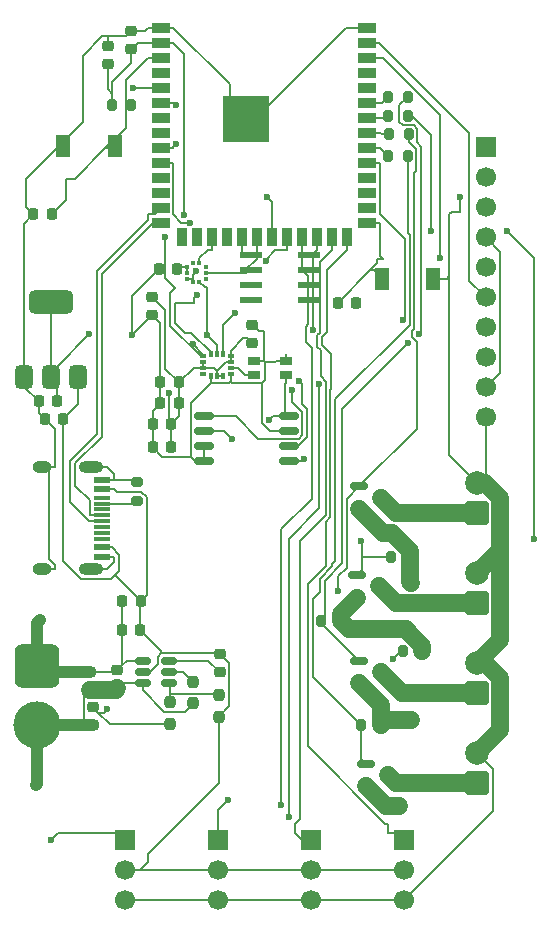
<source format=gbr>
%TF.GenerationSoftware,KiCad,Pcbnew,9.0.6*%
%TF.CreationDate,2025-12-30T19:39:24-08:00*%
%TF.ProjectId,Sigma1,5369676d-6131-42e6-9b69-6361645f7063,rev?*%
%TF.SameCoordinates,Original*%
%TF.FileFunction,Copper,L1,Top*%
%TF.FilePolarity,Positive*%
%FSLAX46Y46*%
G04 Gerber Fmt 4.6, Leading zero omitted, Abs format (unit mm)*
G04 Created by KiCad (PCBNEW 9.0.6) date 2025-12-30 19:39:24*
%MOMM*%
%LPD*%
G01*
G04 APERTURE LIST*
G04 Aperture macros list*
%AMRoundRect*
0 Rectangle with rounded corners*
0 $1 Rounding radius*
0 $2 $3 $4 $5 $6 $7 $8 $9 X,Y pos of 4 corners*
0 Add a 4 corners polygon primitive as box body*
4,1,4,$2,$3,$4,$5,$6,$7,$8,$9,$2,$3,0*
0 Add four circle primitives for the rounded corners*
1,1,$1+$1,$2,$3*
1,1,$1+$1,$4,$5*
1,1,$1+$1,$6,$7*
1,1,$1+$1,$8,$9*
0 Add four rect primitives between the rounded corners*
20,1,$1+$1,$2,$3,$4,$5,0*
20,1,$1+$1,$4,$5,$6,$7,0*
20,1,$1+$1,$6,$7,$8,$9,0*
20,1,$1+$1,$8,$9,$2,$3,0*%
G04 Aperture macros list end*
%TA.AperFunction,ComponentPad*%
%ADD10RoundRect,0.250000X0.750000X-0.750000X0.750000X0.750000X-0.750000X0.750000X-0.750000X-0.750000X0*%
%TD*%
%TA.AperFunction,ComponentPad*%
%ADD11C,2.000000*%
%TD*%
%TA.AperFunction,SMDPad,CuDef*%
%ADD12RoundRect,0.237500X0.237500X-0.250000X0.237500X0.250000X-0.237500X0.250000X-0.237500X-0.250000X0*%
%TD*%
%TA.AperFunction,SMDPad,CuDef*%
%ADD13RoundRect,0.087500X-0.207500X-0.087500X0.207500X-0.087500X0.207500X0.087500X-0.207500X0.087500X0*%
%TD*%
%TA.AperFunction,SMDPad,CuDef*%
%ADD14RoundRect,0.087500X-0.087500X-0.207500X0.087500X-0.207500X0.087500X0.207500X-0.087500X0.207500X0*%
%TD*%
%TA.AperFunction,SMDPad,CuDef*%
%ADD15RoundRect,0.237500X-0.237500X0.250000X-0.237500X-0.250000X0.237500X-0.250000X0.237500X0.250000X0*%
%TD*%
%TA.AperFunction,SMDPad,CuDef*%
%ADD16RoundRect,0.225000X0.225000X0.250000X-0.225000X0.250000X-0.225000X-0.250000X0.225000X-0.250000X0*%
%TD*%
%TA.AperFunction,SMDPad,CuDef*%
%ADD17RoundRect,0.200000X-0.200000X-0.275000X0.200000X-0.275000X0.200000X0.275000X-0.200000X0.275000X0*%
%TD*%
%TA.AperFunction,SMDPad,CuDef*%
%ADD18R,1.230000X1.860000*%
%TD*%
%TA.AperFunction,SMDPad,CuDef*%
%ADD19RoundRect,0.225000X-0.225000X-0.250000X0.225000X-0.250000X0.225000X0.250000X-0.225000X0.250000X0*%
%TD*%
%TA.AperFunction,SMDPad,CuDef*%
%ADD20R,1.500000X0.900000*%
%TD*%
%TA.AperFunction,SMDPad,CuDef*%
%ADD21R,0.900000X1.500000*%
%TD*%
%TA.AperFunction,HeatsinkPad*%
%ADD22C,0.600000*%
%TD*%
%TA.AperFunction,HeatsinkPad*%
%ADD23R,3.900000X3.900000*%
%TD*%
%TA.AperFunction,SMDPad,CuDef*%
%ADD24RoundRect,0.200000X0.275000X-0.200000X0.275000X0.200000X-0.275000X0.200000X-0.275000X-0.200000X0*%
%TD*%
%TA.AperFunction,SMDPad,CuDef*%
%ADD25R,1.970000X0.570000*%
%TD*%
%TA.AperFunction,SMDPad,CuDef*%
%ADD26RoundRect,0.225000X-0.250000X0.225000X-0.250000X-0.225000X0.250000X-0.225000X0.250000X0.225000X0*%
%TD*%
%TA.AperFunction,SMDPad,CuDef*%
%ADD27RoundRect,0.162500X0.650000X0.162500X-0.650000X0.162500X-0.650000X-0.162500X0.650000X-0.162500X0*%
%TD*%
%TA.AperFunction,ComponentPad*%
%ADD28RoundRect,0.760000X-1.140000X1.140000X-1.140000X-1.140000X1.140000X-1.140000X1.140000X1.140000X0*%
%TD*%
%TA.AperFunction,ComponentPad*%
%ADD29C,4.000000*%
%TD*%
%TA.AperFunction,ComponentPad*%
%ADD30R,1.700000X1.700000*%
%TD*%
%TA.AperFunction,ComponentPad*%
%ADD31C,1.700000*%
%TD*%
%TA.AperFunction,SMDPad,CuDef*%
%ADD32RoundRect,0.150000X-0.587500X-0.150000X0.587500X-0.150000X0.587500X0.150000X-0.587500X0.150000X0*%
%TD*%
%TA.AperFunction,SMDPad,CuDef*%
%ADD33RoundRect,0.225000X0.250000X-0.225000X0.250000X0.225000X-0.250000X0.225000X-0.250000X-0.225000X0*%
%TD*%
%TA.AperFunction,SMDPad,CuDef*%
%ADD34R,0.300000X0.300000*%
%TD*%
%TA.AperFunction,SMDPad,CuDef*%
%ADD35RoundRect,0.375000X0.375000X-0.625000X0.375000X0.625000X-0.375000X0.625000X-0.375000X-0.625000X0*%
%TD*%
%TA.AperFunction,SMDPad,CuDef*%
%ADD36RoundRect,0.500000X1.400000X-0.500000X1.400000X0.500000X-1.400000X0.500000X-1.400000X-0.500000X0*%
%TD*%
%TA.AperFunction,SMDPad,CuDef*%
%ADD37R,1.000000X0.800000*%
%TD*%
%TA.AperFunction,SMDPad,CuDef*%
%ADD38R,1.450000X0.600000*%
%TD*%
%TA.AperFunction,SMDPad,CuDef*%
%ADD39R,1.450000X0.300000*%
%TD*%
%TA.AperFunction,HeatsinkPad*%
%ADD40O,2.100000X1.000000*%
%TD*%
%TA.AperFunction,HeatsinkPad*%
%ADD41O,1.600000X1.000000*%
%TD*%
%TA.AperFunction,SMDPad,CuDef*%
%ADD42RoundRect,0.150000X-0.512500X-0.150000X0.512500X-0.150000X0.512500X0.150000X-0.512500X0.150000X0*%
%TD*%
%TA.AperFunction,ViaPad*%
%ADD43C,0.600000*%
%TD*%
%TA.AperFunction,Conductor*%
%ADD44C,0.200000*%
%TD*%
%TA.AperFunction,Conductor*%
%ADD45C,1.500000*%
%TD*%
%TA.AperFunction,Conductor*%
%ADD46C,1.000000*%
%TD*%
G04 APERTURE END LIST*
D10*
%TO.P,J11,1,Pin_1*%
%TO.N,Net-(J11-Pin_1)*%
X53800000Y-54520000D03*
D11*
%TO.P,J11,2,Pin_2*%
%TO.N,GND*%
X53800000Y-51980000D03*
%TD*%
D12*
%TO.P,R4,1*%
%TO.N,+5V*%
X31900000Y-71812500D03*
%TO.P,R4,2*%
%TO.N,Net-(U6-VFB)*%
X31900000Y-69987500D03*
%TD*%
D13*
%TO.P,U3,1,AP_SDO/AP_AD0*%
%TO.N,SPI_MISO*%
X30585000Y-41250000D03*
%TO.P,U3,2,RESV_2*%
%TO.N,GND*%
X30585000Y-41750000D03*
%TO.P,U3,3,RESV_3*%
X30585000Y-42250000D03*
%TO.P,U3,4,INT1/INT*%
%TO.N,unconnected-(U3-INT1{slash}INT-Pad4)*%
X30585000Y-42750000D03*
D14*
%TO.P,U3,5,VDDIO*%
%TO.N,VCC*%
X31250000Y-42915000D03*
%TO.P,U3,6,GND*%
%TO.N,GND*%
X31750000Y-42915000D03*
%TO.P,U3,7,RESV_7*%
X32250000Y-42915000D03*
D13*
%TO.P,U3,8,VDD*%
%TO.N,VCC*%
X32915000Y-42750000D03*
%TO.P,U3,9,INT2/FSYNC/CLKIN*%
%TO.N,Net-(U3-INT2{slash}FSYNC{slash}CLKIN)*%
X32915000Y-42250000D03*
%TO.P,U3,10,RESV_10*%
%TO.N,GND*%
X32915000Y-41750000D03*
%TO.P,U3,11,RESV_11*%
X32915000Y-41250000D03*
D14*
%TO.P,U3,12,AP_CS*%
%TO.N,IMU_CS*%
X32250000Y-41085000D03*
%TO.P,U3,13,AP_SCL/AP_SCLK*%
%TO.N,SPI_SCLK*%
X31750000Y-41085000D03*
%TO.P,U3,14,AP_SDA/AP_SDIO/AP_SDI*%
%TO.N,SPI_MOSI*%
X31250000Y-41085000D03*
%TD*%
D10*
%TO.P,J9,1,Pin_1*%
%TO.N,Net-(J9-Pin_1)*%
X53800000Y-69800000D03*
D11*
%TO.P,J9,2,Pin_2*%
%TO.N,GND*%
X53800000Y-67260000D03*
%TD*%
D15*
%TO.P,R3,1*%
%TO.N,Net-(U6-VFB)*%
X27750000Y-70587500D03*
%TO.P,R3,2*%
%TO.N,GND*%
X27750000Y-72412500D03*
%TD*%
D16*
%TO.P,C2,1*%
%TO.N,VCC*%
X18200000Y-45100000D03*
%TO.P,C2,2*%
%TO.N,GND*%
X16650000Y-45100000D03*
%TD*%
D17*
%TO.P,R6,1*%
%TO.N,PYRO1*%
X46250000Y-19300000D03*
%TO.P,R6,2*%
%TO.N,Net-(Q1-G)*%
X47900000Y-19300000D03*
%TD*%
D16*
%TO.P,C16,1*%
%TO.N,+5V*%
X25275000Y-64500000D03*
%TO.P,C16,2*%
%TO.N,GND*%
X23725000Y-64500000D03*
%TD*%
D18*
%TO.P,SW1,1,1*%
%TO.N,GND*%
X50060000Y-34700000D03*
%TO.P,SW1,2,2*%
%TO.N,Net-(U1-IO0)*%
X45700000Y-34700000D03*
%TD*%
D19*
%TO.P,C9,1*%
%TO.N,VCC*%
X26975000Y-45250000D03*
%TO.P,C9,2*%
%TO.N,GND*%
X28525000Y-45250000D03*
%TD*%
%TO.P,C8,1*%
%TO.N,VCC*%
X26975000Y-43500000D03*
%TO.P,C8,2*%
%TO.N,GND*%
X28525000Y-43500000D03*
%TD*%
D20*
%TO.P,U1,1,GND*%
%TO.N,GND*%
X27000000Y-13460000D03*
%TO.P,U1,2,3V3*%
%TO.N,VCC*%
X27000000Y-14730000D03*
%TO.P,U1,3,EN*%
%TO.N,Net-(U1-EN)*%
X27000000Y-16000000D03*
%TO.P,U1,4,IO4*%
%TO.N,unconnected-(U1-IO4-Pad4)*%
X27000000Y-17270000D03*
%TO.P,U1,5,IO5*%
%TO.N,SDA*%
X27000000Y-18540000D03*
%TO.P,U1,6,IO6*%
%TO.N,SCL*%
X27000000Y-19810000D03*
%TO.P,U1,7,IO7*%
%TO.N,unconnected-(U1-IO7-Pad7)*%
X27000000Y-21080000D03*
%TO.P,U1,8,IO15*%
%TO.N,unconnected-(U1-IO15-Pad8)*%
X27000000Y-22350000D03*
%TO.P,U1,9,IO16*%
%TO.N,GPIO4*%
X27000000Y-23620000D03*
%TO.P,U1,10,IO17*%
%TO.N,GPIO3*%
X27000000Y-24890000D03*
%TO.P,U1,11,IO18*%
%TO.N,unconnected-(U1-IO18-Pad11)*%
X27000000Y-26160000D03*
%TO.P,U1,12,IO8*%
%TO.N,unconnected-(U1-IO8-Pad12)*%
X27000000Y-27430000D03*
%TO.P,U1,13,USB_D-*%
%TO.N,D-*%
X27000000Y-28700000D03*
%TO.P,U1,14,USB_D+*%
%TO.N,D+*%
X27000000Y-29970000D03*
D21*
%TO.P,U1,15,IO3*%
%TO.N,unconnected-(U1-IO3-Pad15)*%
X28765000Y-31220000D03*
%TO.P,U1,16,IO46*%
%TO.N,unconnected-(U1-IO46-Pad16)*%
X30035000Y-31220000D03*
%TO.P,U1,17,IO9*%
%TO.N,BARO_CS*%
X31305000Y-31220000D03*
%TO.P,U1,18,IO10*%
%TO.N,MAG_CS*%
X32575000Y-31220000D03*
%TO.P,U1,19,IO11*%
%TO.N,SPI_SCLK*%
X33845000Y-31220000D03*
%TO.P,U1,20,IO12*%
%TO.N,SPI_MOSI*%
X35115000Y-31220000D03*
%TO.P,U1,21,IO13*%
%TO.N,SPI_MISO*%
X36385000Y-31220000D03*
%TO.P,U1,22,IO14*%
%TO.N,IMU_CS*%
X37655000Y-31220000D03*
%TO.P,U1,23,IO21*%
%TO.N,SERVO1*%
X38925000Y-31220000D03*
%TO.P,U1,24,IO47*%
%TO.N,SERVO2*%
X40195000Y-31220000D03*
%TO.P,U1,25,IO48*%
%TO.N,SERVO3*%
X41465000Y-31220000D03*
%TO.P,U1,26,IO45*%
%TO.N,SERVO4*%
X42735000Y-31220000D03*
D20*
%TO.P,U1,27,IO0*%
%TO.N,Net-(U1-IO0)*%
X44500000Y-29970000D03*
%TO.P,U1,28,IO35*%
%TO.N,unconnected-(U1-IO35-Pad28)*%
X44500000Y-28700000D03*
%TO.P,U1,29,IO36*%
%TO.N,unconnected-(U1-IO36-Pad29)*%
X44500000Y-27430000D03*
%TO.P,U1,30,IO37*%
%TO.N,unconnected-(U1-IO37-Pad30)*%
X44500000Y-26160000D03*
%TO.P,U1,31,IO38*%
%TO.N,FLASH_CS*%
X44500000Y-24890000D03*
%TO.P,U1,32,IO39*%
%TO.N,PYRO4*%
X44500000Y-23620000D03*
%TO.P,U1,33,IO40*%
%TO.N,PYRO3*%
X44500000Y-22350000D03*
%TO.P,U1,34,IO41*%
%TO.N,PYRO2*%
X44500000Y-21080000D03*
%TO.P,U1,35,IO42*%
%TO.N,PYRO1*%
X44500000Y-19810000D03*
%TO.P,U1,36,RXD0*%
%TO.N,unconnected-(U1-RXD0-Pad36)*%
X44500000Y-18540000D03*
%TO.P,U1,37,TXD0*%
%TO.N,unconnected-(U1-TXD0-Pad37)*%
X44500000Y-17270000D03*
%TO.P,U1,38,IO2*%
%TO.N,GPIO1*%
X44500000Y-16000000D03*
%TO.P,U1,39,IO1*%
%TO.N,GPIO2*%
X44500000Y-14730000D03*
%TO.P,U1,40,GND*%
%TO.N,GND*%
X44500000Y-13460000D03*
D22*
%TO.P,U1,41,GND*%
X32850000Y-20480000D03*
X32850000Y-21880000D03*
X33550000Y-19780000D03*
X33550000Y-21180000D03*
X33550000Y-22580000D03*
X34250000Y-20480000D03*
D23*
X34250000Y-21180000D03*
D22*
X34250000Y-21880000D03*
X34950000Y-19780000D03*
X34950000Y-21180000D03*
X34950000Y-22580000D03*
X35650000Y-20480000D03*
X35650000Y-21880000D03*
%TD*%
D24*
%TO.P,R1,1*%
%TO.N,Net-(P1-CC)*%
X25000000Y-53575000D03*
%TO.P,R1,2*%
%TO.N,GND*%
X25000000Y-51925000D03*
%TD*%
D17*
%TO.P,R7,1*%
%TO.N,Net-(Q1-G)*%
X40575000Y-63680000D03*
%TO.P,R7,2*%
%TO.N,NFVCC*%
X42225000Y-63680000D03*
%TD*%
%TO.P,R2,1*%
%TO.N,VCC*%
X22850000Y-20000000D03*
%TO.P,R2,2*%
%TO.N,Net-(U1-EN)*%
X24500000Y-20000000D03*
%TD*%
D15*
%TO.P,R5,1*%
%TO.N,Net-(U6-EN)*%
X29750000Y-68837500D03*
%TO.P,R5,2*%
%TO.N,NFVCC*%
X29750000Y-70662500D03*
%TD*%
D16*
%TO.P,C1,1*%
%TO.N,+5V*%
X18725000Y-46600000D03*
%TO.P,C1,2*%
%TO.N,GND*%
X17175000Y-46600000D03*
%TD*%
D25*
%TO.P,U7,1,SCL/SCLK*%
%TO.N,SPI_SCLK*%
X34600000Y-32690000D03*
%TO.P,U7,2,SDA/MOSI*%
%TO.N,SPI_MOSI*%
X34600000Y-33960000D03*
%TO.P,U7,3,MISO*%
%TO.N,SPI_MISO*%
X34600000Y-35230000D03*
%TO.P,U7,4,INT/TRG*%
%TO.N,unconnected-(U7-INT{slash}TRG-Pad4)*%
X34600000Y-36500000D03*
%TO.P,U7,5,A0*%
%TO.N,unconnected-(U7-A0-Pad5)*%
X39550000Y-36500000D03*
%TO.P,U7,6,VSS*%
%TO.N,GND*%
X39550000Y-35230000D03*
%TO.P,U7,7,VDD*%
%TO.N,VCC*%
X39550000Y-33960000D03*
%TO.P,U7,8,MS/CS*%
%TO.N,MAG_CS*%
X39550000Y-32690000D03*
%TD*%
D18*
%TO.P,SW3,1,1*%
%TO.N,GND*%
X18740000Y-23500000D03*
%TO.P,SW3,2,2*%
%TO.N,Net-(U1-EN)*%
X23100000Y-23500000D03*
%TD*%
D26*
%TO.P,C11,1*%
%TO.N,VCC*%
X34750000Y-38650000D03*
%TO.P,C11,2*%
%TO.N,GND*%
X34750000Y-40200000D03*
%TD*%
D27*
%TO.P,U8,1,~{CS}*%
%TO.N,FLASH_CS*%
X37837500Y-50155000D03*
%TO.P,U8,2,DO/IO_{1}*%
%TO.N,SPI_MISO*%
X37837500Y-48885000D03*
%TO.P,U8,3,~{WP}/IO_{2}*%
%TO.N,VCC*%
X37837500Y-47615000D03*
%TO.P,U8,4,GND*%
%TO.N,GND*%
X37837500Y-46345000D03*
%TO.P,U8,5,DI/IO_{0}*%
%TO.N,SPI_MOSI*%
X30662500Y-46345000D03*
%TO.P,U8,6,CLK*%
%TO.N,SPI_SCLK*%
X30662500Y-47615000D03*
%TO.P,U8,7,~{HOLD}/~{RESET}/IO_{3}*%
%TO.N,VCC*%
X30662500Y-48885000D03*
%TO.P,U8,8,VCC*%
X30662500Y-50155000D03*
%TD*%
D19*
%TO.P,C12,1*%
%TO.N,VCC*%
X26325000Y-49000000D03*
%TO.P,C12,2*%
%TO.N,GND*%
X27875000Y-49000000D03*
%TD*%
D28*
%TO.P,J1,1,Pin_1*%
%TO.N,GND*%
X16500000Y-67500000D03*
D29*
%TO.P,J1,2,Pin_2*%
%TO.N,NFVCC*%
X16500000Y-72500000D03*
%TD*%
D30*
%TO.P,J8,1,Pin_1*%
%TO.N,SCL*%
X54500000Y-23580000D03*
D31*
%TO.P,J8,2,Pin_2*%
%TO.N,SDA*%
X54500000Y-26120000D03*
%TO.P,J8,3,Pin_3*%
%TO.N,GND*%
X54500000Y-28660000D03*
%TO.P,J8,4,Pin_4*%
%TO.N,VCC*%
X54500000Y-31200000D03*
%TO.P,J8,5,Pin_5*%
%TO.N,GPIO1*%
X54500000Y-33740000D03*
%TO.P,J8,6,Pin_6*%
%TO.N,GPIO2*%
X54500000Y-36280000D03*
%TO.P,J8,7,Pin_7*%
%TO.N,GPIO3*%
X54500000Y-38820000D03*
%TO.P,J8,8,Pin_8*%
%TO.N,GPIO4*%
X54500000Y-41360000D03*
%TO.P,J8,9,Pin_9*%
%TO.N,VCC*%
X54500000Y-43900000D03*
%TO.P,J8,10,Pin_10*%
%TO.N,GND*%
X54500000Y-46440000D03*
%TD*%
D10*
%TO.P,J10,1,Pin_1*%
%TO.N,Net-(J10-Pin_1)*%
X53800000Y-62160000D03*
D11*
%TO.P,J10,2,Pin_2*%
%TO.N,GND*%
X53800000Y-59620000D03*
%TD*%
D32*
%TO.P,Q3,1,G*%
%TO.N,Net-(Q3-G)*%
X43800000Y-52310000D03*
%TO.P,Q3,2,S*%
%TO.N,NFVCC*%
X43800000Y-54210000D03*
%TO.P,Q3,3,D*%
%TO.N,Net-(J11-Pin_1)*%
X45675000Y-53260000D03*
%TD*%
D26*
%TO.P,C18,1*%
%TO.N,+5V*%
X32000000Y-66475000D03*
%TO.P,C18,2*%
%TO.N,Net-(U6-VBST)*%
X32000000Y-68025000D03*
%TD*%
D30*
%TO.P,J6,1,Pin_1*%
%TO.N,SERVO4*%
X47600000Y-82220000D03*
D31*
%TO.P,J6,2,Pin_2*%
%TO.N,+5V*%
X47600000Y-84760000D03*
%TO.P,J6,3,Pin_3*%
%TO.N,GND*%
X47600000Y-87300000D03*
%TD*%
D33*
%TO.P,C15,1*%
%TO.N,NFVCC*%
X21250000Y-72525000D03*
%TO.P,C15,2*%
%TO.N,GND*%
X21250000Y-70975000D03*
%TD*%
D34*
%TO.P,U5,1,VDDIO*%
%TO.N,VCC*%
X29770000Y-34980000D03*
%TO.P,U5,2,SCK*%
%TO.N,SPI_SCLK*%
X30270000Y-34980000D03*
%TO.P,U5,3,VSS*%
%TO.N,GND*%
X30800000Y-34700000D03*
%TO.P,U5,4,SDI*%
%TO.N,SPI_MOSI*%
X30800000Y-34200000D03*
%TO.P,U5,5,SDO*%
%TO.N,SPI_MISO*%
X30800000Y-33700000D03*
%TO.P,U5,6,CSB*%
%TO.N,BARO_CS*%
X30270000Y-33420000D03*
%TO.P,U5,7,INT*%
%TO.N,unconnected-(U5-INT-Pad7)*%
X29770000Y-33420000D03*
%TO.P,U5,8,VSS*%
%TO.N,GND*%
X29240000Y-33700000D03*
%TO.P,U5,9,VSS*%
X29240000Y-34200000D03*
%TO.P,U5,10,VDD*%
%TO.N,VCC*%
X29240000Y-34700000D03*
%TD*%
D33*
%TO.P,C10,1*%
%TO.N,VCC*%
X26250000Y-37775000D03*
%TO.P,C10,2*%
%TO.N,GND*%
X26250000Y-36225000D03*
%TD*%
D16*
%TO.P,C17,1*%
%TO.N,+5V*%
X25300000Y-62000000D03*
%TO.P,C17,2*%
%TO.N,GND*%
X23750000Y-62000000D03*
%TD*%
D35*
%TO.P,U2,1,GND*%
%TO.N,GND*%
X15400000Y-43000000D03*
%TO.P,U2,2,VO*%
%TO.N,VCC*%
X17700000Y-43000000D03*
D36*
X17700000Y-36700000D03*
D35*
%TO.P,U2,3,VI*%
%TO.N,+5V*%
X20000000Y-43000000D03*
%TD*%
D19*
%TO.P,C6,1*%
%TO.N,VCC*%
X26825000Y-33900000D03*
%TO.P,C6,2*%
%TO.N,GND*%
X28375000Y-33900000D03*
%TD*%
D37*
%TO.P,Y1,1,CLKOUT*%
%TO.N,Net-(U3-INT2{slash}FSYNC{slash}CLKIN)*%
X34900000Y-42850000D03*
%TO.P,Y1,2,GND*%
%TO.N,GND*%
X37600000Y-42850000D03*
%TO.P,Y1,3,CLKOE*%
%TO.N,VCC*%
X37600000Y-41650000D03*
%TO.P,Y1,4,VDD*%
X34900000Y-41650000D03*
%TD*%
D30*
%TO.P,J5,1,Pin_1*%
%TO.N,SERVO3*%
X39730000Y-82220000D03*
D31*
%TO.P,J5,2,Pin_2*%
%TO.N,+5V*%
X39730000Y-84760000D03*
%TO.P,J5,3,Pin_3*%
%TO.N,GND*%
X39730000Y-87300000D03*
%TD*%
D38*
%TO.P,P1,A1,GND*%
%TO.N,GND*%
X22045000Y-51750000D03*
%TO.P,P1,A4,VBUS*%
%TO.N,+5V*%
X22045000Y-52550000D03*
D39*
%TO.P,P1,A5,CC*%
%TO.N,Net-(P1-CC)*%
X22045000Y-53750000D03*
%TO.P,P1,A6,D+*%
%TO.N,D+*%
X22045000Y-54750000D03*
%TO.P,P1,A7,D-*%
%TO.N,D-*%
X22045000Y-55250000D03*
%TO.P,P1,A8*%
%TO.N,N/C*%
X22045000Y-56250000D03*
D38*
%TO.P,P1,A9,VBUS*%
%TO.N,+5V*%
X22045000Y-57450000D03*
%TO.P,P1,A12,GND*%
%TO.N,GND*%
X22045000Y-58250000D03*
%TO.P,P1,B1,GND*%
X22045000Y-58250000D03*
%TO.P,P1,B4,VBUS*%
%TO.N,+5V*%
X22045000Y-57450000D03*
D39*
%TO.P,P1,B5,VCONN*%
%TO.N,unconnected-(P1-VCONN-PadB5)*%
X22045000Y-56750000D03*
%TO.P,P1,B6*%
%TO.N,N/C*%
X22045000Y-55750000D03*
%TO.P,P1,B7*%
X22045000Y-54250000D03*
%TO.P,P1,B8*%
X22045000Y-53250000D03*
D38*
%TO.P,P1,B9,VBUS*%
%TO.N,+5V*%
X22045000Y-52550000D03*
%TO.P,P1,B12,GND*%
%TO.N,GND*%
X22045000Y-51750000D03*
D40*
%TO.P,P1,S1,SHIELD*%
X21130000Y-50680000D03*
D41*
X16950000Y-50680000D03*
D40*
X21130000Y-59320000D03*
D41*
X16950000Y-59320000D03*
%TD*%
D17*
%TO.P,R13,1*%
%TO.N,Net-(Q4-G)*%
X43975000Y-72510000D03*
%TO.P,R13,2*%
%TO.N,NFVCC*%
X45625000Y-72510000D03*
%TD*%
D30*
%TO.P,J3,1,Pin_1*%
%TO.N,SERVO1*%
X23990000Y-82220000D03*
D31*
%TO.P,J3,2,Pin_2*%
%TO.N,+5V*%
X23990000Y-84760000D03*
%TO.P,J3,3,Pin_3*%
%TO.N,GND*%
X23990000Y-87300000D03*
%TD*%
D33*
%TO.P,C14,1*%
%TO.N,NFVCC*%
X21000000Y-69525000D03*
%TO.P,C14,2*%
%TO.N,GND*%
X21000000Y-67975000D03*
%TD*%
D42*
%TO.P,U6,1,GND*%
%TO.N,GND*%
X25462500Y-67050000D03*
%TO.P,U6,2,SW*%
%TO.N,+5V*%
X25462500Y-68000000D03*
%TO.P,U6,3,VIN*%
%TO.N,NFVCC*%
X25462500Y-68950000D03*
%TO.P,U6,4,VFB*%
%TO.N,Net-(U6-VFB)*%
X27737500Y-68950000D03*
%TO.P,U6,5,EN*%
%TO.N,Net-(U6-EN)*%
X27737500Y-68000000D03*
%TO.P,U6,6,VBST*%
%TO.N,Net-(U6-VBST)*%
X27737500Y-67050000D03*
%TD*%
D16*
%TO.P,C3,1*%
%TO.N,Net-(U1-EN)*%
X17775000Y-29250000D03*
%TO.P,C3,2*%
%TO.N,GND*%
X16225000Y-29250000D03*
%TD*%
D32*
%TO.P,Q4,1,G*%
%TO.N,Net-(Q4-G)*%
X44362500Y-75810000D03*
%TO.P,Q4,2,S*%
%TO.N,NFVCC*%
X44362500Y-77710000D03*
%TO.P,Q4,3,D*%
%TO.N,Net-(J2-Pin_1)*%
X46237500Y-76760000D03*
%TD*%
D17*
%TO.P,R8,1*%
%TO.N,PYRO2*%
X46250000Y-20900000D03*
%TO.P,R8,2*%
%TO.N,Net-(Q2-G)*%
X47900000Y-20900000D03*
%TD*%
D19*
%TO.P,C7,1*%
%TO.N,VCC*%
X26325000Y-47000000D03*
%TO.P,C7,2*%
%TO.N,GND*%
X27875000Y-47000000D03*
%TD*%
D32*
%TO.P,Q2,1,G*%
%TO.N,Net-(Q2-G)*%
X43612500Y-59810000D03*
%TO.P,Q2,2,S*%
%TO.N,NFVCC*%
X43612500Y-61710000D03*
%TO.P,Q2,3,D*%
%TO.N,Net-(J10-Pin_1)*%
X45487500Y-60760000D03*
%TD*%
D17*
%TO.P,R10,1*%
%TO.N,PYRO3*%
X46350000Y-22500000D03*
%TO.P,R10,2*%
%TO.N,Net-(Q3-G)*%
X48000000Y-22500000D03*
%TD*%
D33*
%TO.P,C5,1*%
%TO.N,VCC*%
X24500000Y-15300000D03*
%TO.P,C5,2*%
%TO.N,GND*%
X24500000Y-13750000D03*
%TD*%
D17*
%TO.P,R12,1*%
%TO.N,PYRO4*%
X46275000Y-24300000D03*
%TO.P,R12,2*%
%TO.N,Net-(Q4-G)*%
X47925000Y-24300000D03*
%TD*%
D33*
%TO.P,C13,1*%
%TO.N,NFVCC*%
X23300000Y-69400000D03*
%TO.P,C13,2*%
%TO.N,GND*%
X23300000Y-67850000D03*
%TD*%
D17*
%TO.P,R9,1*%
%TO.N,Net-(Q2-G)*%
X46475000Y-58260000D03*
%TO.P,R9,2*%
%TO.N,NFVCC*%
X48125000Y-58260000D03*
%TD*%
D32*
%TO.P,Q1,1,G*%
%TO.N,Net-(Q1-G)*%
X43800000Y-67060000D03*
%TO.P,Q1,2,S*%
%TO.N,NFVCC*%
X43800000Y-68960000D03*
%TO.P,Q1,3,D*%
%TO.N,Net-(J9-Pin_1)*%
X45675000Y-68010000D03*
%TD*%
D10*
%TO.P,J2,1,Pin_1*%
%TO.N,Net-(J2-Pin_1)*%
X53800000Y-77440000D03*
D11*
%TO.P,J2,2,Pin_2*%
%TO.N,GND*%
X53800000Y-74900000D03*
%TD*%
D17*
%TO.P,R11,1*%
%TO.N,Net-(Q3-G)*%
X47475000Y-66260000D03*
%TO.P,R11,2*%
%TO.N,NFVCC*%
X49125000Y-66260000D03*
%TD*%
D30*
%TO.P,J4,1,Pin_1*%
%TO.N,SERVO2*%
X31860000Y-82220000D03*
D31*
%TO.P,J4,2,Pin_2*%
%TO.N,+5V*%
X31860000Y-84760000D03*
%TO.P,J4,3,Pin_3*%
%TO.N,GND*%
X31860000Y-87300000D03*
%TD*%
D19*
%TO.P,C4,1*%
%TO.N,Net-(U1-IO0)*%
X41975000Y-36750000D03*
%TO.P,C4,2*%
%TO.N,GND*%
X43525000Y-36750000D03*
%TD*%
D33*
%TO.P,C19,1*%
%TO.N,VCC*%
X22500000Y-16525000D03*
%TO.P,C19,2*%
%TO.N,GND*%
X22500000Y-14975000D03*
%TD*%
D43*
%TO.N,GND*%
X36190000Y-46684000D03*
X52302200Y-27829500D03*
X22483600Y-71174500D03*
X27700400Y-44424600D03*
X16800000Y-63600000D03*
%TO.N,VCC*%
X28989500Y-29289600D03*
X24557300Y-39494700D03*
X30010100Y-34075100D03*
X20950500Y-39414700D03*
%TO.N,NFVCC*%
X16400000Y-77600000D03*
X44362500Y-77710000D03*
X48255900Y-64952800D03*
X48200000Y-60459000D03*
X48200000Y-72100000D03*
X47200000Y-79400000D03*
%TO.N,SERVO1*%
X37175800Y-79261400D03*
X17668500Y-82280500D03*
%TO.N,SERVO2*%
X40404600Y-43670400D03*
X32723600Y-78838100D03*
X39857000Y-39033500D03*
X37838900Y-80301900D03*
%TO.N,GPIO1*%
X50674200Y-32959000D03*
%TO.N,GPIO4*%
X28330900Y-23327500D03*
%TO.N,GPIO3*%
X29474000Y-29963900D03*
%TO.N,Net-(Q1-G)*%
X47938800Y-40173800D03*
X48881600Y-39414700D03*
%TO.N,Net-(Q2-G)*%
X43926200Y-56941000D03*
X56340600Y-30692700D03*
X58627400Y-56792500D03*
X49861400Y-30710200D03*
%TO.N,Net-(Q3-G)*%
X46686800Y-66942100D03*
X42019900Y-61199600D03*
%TO.N,SPI_SCLK*%
X33037600Y-48295000D03*
X30900400Y-39481900D03*
%TO.N,SPI_MISO*%
X29704500Y-40254500D03*
X27390700Y-31194600D03*
X38704700Y-43374900D03*
X36000100Y-27829500D03*
%TO.N,SCL*%
X28330900Y-19974400D03*
%TO.N,IMU_CS*%
X33301800Y-37607300D03*
X35872900Y-33223700D03*
%TO.N,SPI_MOSI*%
X30045700Y-36123400D03*
X34101700Y-34055200D03*
X38095700Y-44118900D03*
%TO.N,FLASH_CS*%
X47476400Y-38210700D03*
X39153600Y-50006300D03*
%TO.N,SDA*%
X24658900Y-18608300D03*
%TD*%
D44*
%TO.N,GND*%
X47600000Y-87300000D02*
X39730000Y-87300000D01*
X27398400Y-37373300D02*
X27398300Y-37373300D01*
X37837500Y-46345000D02*
X36529000Y-46345000D01*
X32915000Y-41250000D02*
X32915000Y-40803200D01*
X24500000Y-13750000D02*
X25658300Y-13750000D01*
D45*
X55751000Y-72949000D02*
X53800000Y-74900000D01*
D44*
X22045000Y-51750000D02*
X23071700Y-51750000D01*
X28525000Y-43500000D02*
X28525000Y-45250000D01*
X29014200Y-33700000D02*
X28788300Y-33700000D01*
D45*
X55751000Y-65309000D02*
X55751000Y-57669000D01*
D44*
X52302200Y-29004000D02*
X52302200Y-29060000D01*
X27000000Y-13460000D02*
X28051700Y-13460000D01*
X24060600Y-14189400D02*
X22500000Y-14189400D01*
X24825000Y-51750000D02*
X25000000Y-51925000D01*
X31750000Y-42915000D02*
X31750000Y-42493500D01*
X34950000Y-22580000D02*
X34950000Y-21180000D01*
X16225000Y-29250000D02*
X15400000Y-30075000D01*
D45*
X55751000Y-53265600D02*
X55751000Y-57669000D01*
D44*
X23300000Y-67850000D02*
X23175000Y-67975000D01*
X22687500Y-72412500D02*
X27750000Y-72412500D01*
X18051700Y-58987900D02*
X18051700Y-59320000D01*
X22687500Y-72412500D02*
X21725000Y-71450000D01*
X22208100Y-71450000D02*
X22483600Y-71174500D01*
X50060000Y-34700000D02*
X51228700Y-34700000D01*
X33550000Y-21180000D02*
X33550000Y-22580000D01*
X28481700Y-33900000D02*
X28588300Y-33900000D01*
X18740000Y-23500000D02*
X18545000Y-23305000D01*
X22500000Y-14189400D02*
X22009400Y-14189400D01*
X31750000Y-42493500D02*
X32493500Y-41750000D01*
X54132700Y-51980000D02*
X54500000Y-51612700D01*
X51428700Y-29279600D02*
X51648300Y-29060000D01*
X37600000Y-43551700D02*
X37494000Y-43657700D01*
X27700400Y-44424600D02*
X27727600Y-44451800D01*
X15400000Y-30075000D02*
X15400000Y-43000000D01*
X20377300Y-15821500D02*
X20377300Y-21472700D01*
X26474200Y-13460000D02*
X27000000Y-13460000D01*
X17501000Y-58437200D02*
X18051700Y-58987900D01*
X21725000Y-71450000D02*
X22208100Y-71450000D01*
X33550000Y-19780000D02*
X33550000Y-21180000D01*
X17500900Y-58437200D02*
X17501000Y-58437200D01*
X28525000Y-43500000D02*
X29775000Y-42250000D01*
X21725000Y-71450000D02*
X21250000Y-70975000D01*
X17175000Y-46600000D02*
X16650000Y-46075000D01*
D45*
X53800000Y-67260000D02*
X54465400Y-67260000D01*
D44*
X21130000Y-50680000D02*
X22481700Y-50680000D01*
X28525000Y-45250000D02*
X28525000Y-46350000D01*
X25462500Y-67050000D02*
X24100000Y-67050000D01*
X23071700Y-58730000D02*
X23071700Y-58250000D01*
X32915000Y-41250000D02*
X32915000Y-41750000D01*
X33943200Y-39775000D02*
X34325000Y-39775000D01*
X23725000Y-64500000D02*
X23725000Y-62025000D01*
X17500900Y-50680000D02*
X17500900Y-58437200D01*
X32850000Y-20480000D02*
X32850000Y-18258300D01*
X16650000Y-46075000D02*
X16650000Y-45100000D01*
X55101000Y-79799000D02*
X55101000Y-76201000D01*
X32850000Y-18258300D02*
X28051700Y-13460000D01*
X52302200Y-27829500D02*
X52302200Y-29004000D01*
X36529000Y-46345000D02*
X36190000Y-46684000D01*
X37494000Y-46001500D02*
X37837500Y-46345000D01*
D45*
X54465400Y-67260000D02*
X55751000Y-68545600D01*
D44*
X51228700Y-34700000D02*
X51428700Y-34500000D01*
X32493500Y-41750000D02*
X32915000Y-41750000D01*
X27398300Y-37373300D02*
X26250000Y-36225000D01*
X31750000Y-42915000D02*
X32250000Y-42915000D01*
X32915000Y-40803200D02*
X33943200Y-39775000D01*
X28588300Y-33700000D02*
X28788300Y-33700000D01*
D46*
X16500000Y-63900000D02*
X16800000Y-63600000D01*
D44*
X27727600Y-44451800D02*
X27727600Y-46852600D01*
X23725000Y-62025000D02*
X23750000Y-62000000D01*
X23425300Y-67724700D02*
X23300000Y-67850000D01*
X55101000Y-76201000D02*
X53800000Y-74900000D01*
X35650000Y-20480000D02*
X35650000Y-21880000D01*
X54500000Y-51612700D02*
X54500000Y-46440000D01*
X17500900Y-50680000D02*
X18051700Y-50680000D01*
X30585000Y-42250000D02*
X30585000Y-41750000D01*
X28375000Y-33900000D02*
X28481700Y-33900000D01*
X51428700Y-34500000D02*
X51428700Y-29279600D01*
X23725000Y-64500000D02*
X23725000Y-67425000D01*
X23071700Y-51270000D02*
X22481700Y-50680000D01*
X23071700Y-51750000D02*
X23071700Y-51270000D01*
X34250000Y-21880000D02*
X34250000Y-21180000D01*
X37494000Y-43657700D02*
X37494000Y-46001500D01*
X18051700Y-47476700D02*
X17175000Y-46600000D01*
X27875000Y-49000000D02*
X27875000Y-47000000D01*
X16650000Y-45100000D02*
X15400000Y-43850000D01*
X24100000Y-67050000D02*
X23725000Y-67425000D01*
X24500000Y-13750000D02*
X24060600Y-14189400D01*
X15400000Y-43850000D02*
X15400000Y-43000000D01*
D45*
X54132700Y-51980000D02*
X54465400Y-51980000D01*
D44*
X29062500Y-33748300D02*
X29240000Y-33748300D01*
X47600000Y-87300000D02*
X31860000Y-87300000D01*
X52302200Y-29004000D02*
X52302200Y-27829500D01*
X28525000Y-43500000D02*
X27398400Y-42373400D01*
X30585000Y-42250000D02*
X31506500Y-42250000D01*
X26474200Y-13460000D02*
X25948300Y-13460000D01*
X16950000Y-50680000D02*
X17500900Y-50680000D01*
X44500000Y-13460000D02*
X42670000Y-13460000D01*
X34325000Y-39775000D02*
X34750000Y-40200000D01*
X51648300Y-29060000D02*
X52302200Y-29060000D01*
X37600000Y-42850000D02*
X37600000Y-43551700D01*
X23175000Y-67975000D02*
X21000000Y-67975000D01*
D45*
X55751000Y-57669000D02*
X53800000Y-59620000D01*
D44*
X29014200Y-33700000D02*
X29062500Y-33748300D01*
X53800000Y-51980000D02*
X51428700Y-49608700D01*
X15600000Y-26250000D02*
X15600000Y-28625000D01*
X22009400Y-14189400D02*
X20377300Y-15821500D01*
D46*
X16500000Y-67500000D02*
X16500000Y-63900000D01*
D44*
X29240000Y-33700000D02*
X29014200Y-33700000D01*
X34950000Y-19780000D02*
X34950000Y-21180000D01*
X29240000Y-34200000D02*
X29240000Y-33748300D01*
X28588300Y-33900000D02*
X28588300Y-33858700D01*
X28588300Y-33858700D02*
X28588300Y-33700000D01*
X47600000Y-87300000D02*
X55101000Y-79799000D01*
X27727600Y-46852600D02*
X27875000Y-47000000D01*
X22500000Y-14975000D02*
X22500000Y-14189400D01*
X32850000Y-20480000D02*
X32850000Y-21880000D01*
X20377300Y-21472700D02*
X18545000Y-23305000D01*
X27398400Y-42373400D02*
X27398400Y-37373300D01*
X31506500Y-42250000D02*
X31750000Y-42493500D01*
D46*
X16975000Y-67975000D02*
X16500000Y-67500000D01*
D44*
X51428700Y-49608700D02*
X51428700Y-34500000D01*
X29775000Y-42250000D02*
X30585000Y-42250000D01*
X25658300Y-13750000D02*
X25948300Y-13460000D01*
D45*
X54465400Y-51980000D02*
X55751000Y-53265600D01*
D44*
X18051700Y-50680000D02*
X18051700Y-47476700D01*
X31860000Y-87300000D02*
X23990000Y-87300000D01*
D45*
X53800000Y-51980000D02*
X54132700Y-51980000D01*
X55751000Y-68545600D02*
X55751000Y-72949000D01*
D44*
X15600000Y-28625000D02*
X16225000Y-29250000D01*
X23071700Y-51750000D02*
X24825000Y-51750000D01*
X28525000Y-46350000D02*
X27875000Y-47000000D01*
X22481700Y-59320000D02*
X23071700Y-58730000D01*
X34250000Y-21180000D02*
X34250000Y-20480000D01*
X42670000Y-13460000D02*
X35650000Y-20480000D01*
X18545000Y-23305000D02*
X15600000Y-26250000D01*
X23725000Y-67425000D02*
X23425300Y-67724700D01*
D46*
X21000000Y-67975000D02*
X16975000Y-67975000D01*
D44*
X21130000Y-59320000D02*
X22481700Y-59320000D01*
D45*
X53800000Y-67260000D02*
X55751000Y-65309000D01*
D44*
X16950000Y-59320000D02*
X18051700Y-59320000D01*
X22045000Y-58250000D02*
X23071700Y-58250000D01*
%TO.N,+5V*%
X25361300Y-52750000D02*
X23271700Y-52750000D01*
X18725000Y-46600000D02*
X18725000Y-58619900D01*
X23473900Y-59437500D02*
X23473900Y-58070400D01*
X32800000Y-67275000D02*
X32800000Y-70912500D01*
X20000000Y-45325000D02*
X18725000Y-46600000D01*
X31900000Y-71812500D02*
X32800000Y-70912500D01*
X26125000Y-68000000D02*
X26774000Y-67351000D01*
X25270000Y-84760000D02*
X31860000Y-84760000D01*
X22045000Y-57450000D02*
X22813100Y-57450000D01*
X23473900Y-58070400D02*
X22853500Y-57450000D01*
X27034000Y-66259000D02*
X27034000Y-66449000D01*
X31974000Y-66449000D02*
X32000000Y-66475000D01*
X25807400Y-61492600D02*
X25807400Y-53196100D01*
X23105700Y-59805700D02*
X23473900Y-59437500D01*
X18725000Y-58619900D02*
X20247300Y-60142200D01*
X22045000Y-52550000D02*
X23071700Y-52550000D01*
X23271700Y-52750000D02*
X23071700Y-52550000D01*
X25275000Y-62025000D02*
X25300000Y-62000000D01*
X22769200Y-60142200D02*
X23105700Y-59805700D01*
X31860000Y-84760000D02*
X39730000Y-84760000D01*
X32000000Y-66475000D02*
X32800000Y-67275000D01*
X25270000Y-84760000D02*
X23990000Y-84760000D01*
X22853500Y-57450000D02*
X22813100Y-57450000D01*
X31900000Y-71812500D02*
X31900000Y-77428300D01*
X27034000Y-66449000D02*
X31974000Y-66449000D01*
X25930000Y-84100000D02*
X25270000Y-84760000D01*
X25275000Y-64500000D02*
X25275000Y-62025000D01*
X25462500Y-68000000D02*
X26125000Y-68000000D01*
X26774000Y-66709000D02*
X27034000Y-66449000D01*
X25807400Y-53196100D02*
X25361300Y-52750000D01*
X25300000Y-62000000D02*
X25807400Y-61492600D01*
X20247300Y-60142200D02*
X22769200Y-60142200D01*
X26774000Y-67351000D02*
X26774000Y-66709000D01*
X31900000Y-77428300D02*
X25930000Y-83398300D01*
X20000000Y-43000000D02*
X20000000Y-45325000D01*
X39730000Y-84760000D02*
X47600000Y-84760000D01*
X25275000Y-64500000D02*
X27034000Y-66259000D01*
X25930000Y-83398300D02*
X25930000Y-84100000D01*
X23105700Y-59805700D02*
X25300000Y-62000000D01*
%TO.N,VCC*%
X29930500Y-34154700D02*
X30010100Y-34075100D01*
X28989500Y-15667800D02*
X28989500Y-29289600D01*
X18200000Y-43500000D02*
X17700000Y-43000000D01*
X26325000Y-47000000D02*
X26325000Y-45900000D01*
X55716100Y-42683900D02*
X55716100Y-32416100D01*
X30010100Y-34075100D02*
X29691700Y-34393500D01*
X29240000Y-34700000D02*
X29691700Y-34700000D01*
X33062500Y-43564000D02*
X32915000Y-43416500D01*
X27119100Y-49794100D02*
X26325000Y-49000000D01*
X29537100Y-49794100D02*
X29537100Y-45242600D01*
X22850000Y-18081300D02*
X22850000Y-19040600D01*
X24500000Y-16431300D02*
X22850000Y-18081300D01*
X18200000Y-42165200D02*
X20950500Y-39414700D01*
X36210700Y-47615000D02*
X37837500Y-47615000D01*
X26325000Y-49000000D02*
X26325000Y-47000000D01*
X26325000Y-45900000D02*
X26975000Y-45250000D01*
X32808700Y-43522800D02*
X32915000Y-43416500D01*
X37600000Y-41075000D02*
X37600000Y-41650000D01*
X27000000Y-14730000D02*
X28051700Y-14730000D01*
X28051700Y-14730000D02*
X28989500Y-15667800D01*
X35551500Y-46955800D02*
X36210700Y-47615000D01*
X25070000Y-14730000D02*
X27000000Y-14730000D01*
X30010100Y-34075100D02*
X29930500Y-34154700D01*
X37600000Y-41650000D02*
X36798300Y-41650000D01*
X29537100Y-45242600D02*
X31256900Y-43522800D01*
X35551500Y-43564000D02*
X35551500Y-46955800D01*
X29691700Y-34901700D02*
X29770000Y-34980000D01*
X31256800Y-42921800D02*
X31256900Y-42921800D01*
X18200000Y-43816700D02*
X18200000Y-42165200D01*
X36798300Y-41650000D02*
X36693900Y-41754400D01*
X55716100Y-32416100D02*
X54500000Y-31200000D01*
X26825000Y-33900000D02*
X24557300Y-36167700D01*
X29691700Y-34393500D02*
X29691700Y-34700000D01*
X24557300Y-36167700D02*
X24557300Y-39494700D01*
X34900000Y-41650000D02*
X35701700Y-41650000D01*
X35701700Y-39176700D02*
X35276700Y-39176700D01*
X29537100Y-49794100D02*
X27119100Y-49794100D01*
X26975000Y-43500000D02*
X26975000Y-38500000D01*
X36693900Y-41754400D02*
X35806100Y-41754400D01*
X26975000Y-43500000D02*
X26975000Y-45250000D01*
X35701700Y-41650000D02*
X35701700Y-39176700D01*
X35806100Y-41754400D02*
X35806100Y-43309400D01*
X35806100Y-41754400D02*
X35701700Y-41650000D01*
X31256900Y-43522800D02*
X32808700Y-43522800D01*
X29898000Y-50155000D02*
X29537100Y-49794100D01*
X35806100Y-43309400D02*
X35551500Y-43564000D01*
X30662500Y-50155000D02*
X29898000Y-50155000D01*
X30662500Y-50155000D02*
X30662500Y-48885000D01*
X17700000Y-43000000D02*
X17700000Y-36700000D01*
X24557300Y-39494700D02*
X26250000Y-37802000D01*
X18200000Y-45100000D02*
X18200000Y-43816700D01*
X22850000Y-19040600D02*
X22500000Y-18690600D01*
X22500000Y-18690600D02*
X22500000Y-16525000D01*
X26250000Y-37802000D02*
X26250000Y-37775000D01*
X35276700Y-39176700D02*
X34750000Y-38650000D01*
X24500000Y-15300000D02*
X24500000Y-16431300D01*
X31256900Y-42921800D02*
X31256900Y-43522800D01*
X29691700Y-34700000D02*
X29691700Y-34901700D01*
X22850000Y-19040600D02*
X22850000Y-20000000D01*
X18200000Y-43816700D02*
X18200000Y-43500000D01*
X24500000Y-15300000D02*
X25070000Y-14730000D01*
X32915000Y-43416500D02*
X32915000Y-42750000D01*
X26975000Y-38500000D02*
X26250000Y-37775000D01*
X35551500Y-43564000D02*
X33062500Y-43564000D01*
X31250000Y-42915000D02*
X31256800Y-42921800D01*
X54500000Y-43900000D02*
X55716100Y-42683900D01*
%TO.N,Net-(U1-EN)*%
X24055400Y-20000000D02*
X24055400Y-21946300D01*
X24055400Y-17892900D02*
X24055400Y-20000000D01*
X22316400Y-23685300D02*
X22914700Y-23685300D01*
X19000000Y-28025000D02*
X17775000Y-29250000D01*
X19000000Y-26250000D02*
X19751700Y-26250000D01*
X22914700Y-23685300D02*
X23100000Y-23500000D01*
X24055400Y-20000000D02*
X24500000Y-20000000D01*
X22316400Y-23685300D02*
X19751700Y-26250000D01*
X19000000Y-26250000D02*
X19000000Y-28025000D01*
X24055400Y-21946300D02*
X22316400Y-23685300D01*
X27000000Y-16000000D02*
X25948300Y-16000000D01*
X25948300Y-16000000D02*
X24055400Y-17892900D01*
%TO.N,Net-(U1-IO0)*%
X45551700Y-29970000D02*
X44500000Y-29970000D01*
X45551700Y-32782900D02*
X45551700Y-29970000D01*
X45012500Y-34012500D02*
X44712500Y-34012500D01*
X45818800Y-33050000D02*
X45551700Y-32782900D01*
X45348300Y-33050000D02*
X45818800Y-33050000D01*
X41975000Y-36750000D02*
X44712500Y-34012500D01*
X45348300Y-33376700D02*
X45348300Y-33050000D01*
X44712500Y-34012500D02*
X45348300Y-33376700D01*
X45700000Y-34700000D02*
X45012500Y-34012500D01*
%TO.N,NFVCC*%
X29036500Y-71376000D02*
X29750000Y-70662500D01*
D46*
X16525000Y-72525000D02*
X16500000Y-72500000D01*
D45*
X21000000Y-69525000D02*
X23175000Y-69525000D01*
X47740000Y-64400000D02*
X42945000Y-64400000D01*
D44*
X25462500Y-69555600D02*
X27282900Y-71376000D01*
D45*
X48125000Y-60384000D02*
X48200000Y-60459000D01*
X48125000Y-58260000D02*
X48125000Y-60384000D01*
X46544300Y-56221000D02*
X45811000Y-56221000D01*
X49125000Y-65785000D02*
X48183800Y-64843800D01*
D44*
X21000000Y-69525000D02*
X20472400Y-70052600D01*
X20472400Y-72123100D02*
X20874300Y-72525000D01*
X20472400Y-70052600D02*
X20472400Y-72123100D01*
D45*
X46052500Y-79400000D02*
X44362500Y-77710000D01*
X23175000Y-69525000D02*
X23300000Y-69400000D01*
D46*
X16500000Y-77500000D02*
X16400000Y-77600000D01*
D44*
X27282900Y-71376000D02*
X29036500Y-71376000D01*
X25462500Y-68950000D02*
X23750000Y-68950000D01*
X25462500Y-68950000D02*
X25462500Y-69555600D01*
D45*
X48125000Y-57801700D02*
X46544300Y-56221000D01*
D44*
X23750000Y-68950000D02*
X23300000Y-69400000D01*
D45*
X47200000Y-79400000D02*
X46052500Y-79400000D01*
X46035000Y-72100000D02*
X45625000Y-72510000D01*
X45811000Y-56221000D02*
X43800000Y-54210000D01*
X42945000Y-64400000D02*
X42225000Y-63680000D01*
X45625000Y-72510000D02*
X45625000Y-70785000D01*
D46*
X21250000Y-72525000D02*
X20874300Y-72525000D01*
D44*
X48183800Y-64880700D02*
X48183800Y-64843800D01*
D45*
X48125000Y-58260000D02*
X48125000Y-57801700D01*
X48183800Y-64843800D02*
X47740000Y-64400000D01*
D44*
X48255900Y-64952800D02*
X48183800Y-64880700D01*
D45*
X49125000Y-66260000D02*
X49125000Y-65785000D01*
X48200000Y-72100000D02*
X46035000Y-72100000D01*
X42225000Y-63097500D02*
X43612500Y-61710000D01*
X42225000Y-63680000D02*
X42225000Y-63097500D01*
X45625000Y-70785000D02*
X43800000Y-68960000D01*
D46*
X20874300Y-72525000D02*
X16525000Y-72525000D01*
X16500000Y-72500000D02*
X16500000Y-77500000D01*
D44*
%TO.N,Net-(U6-VBST)*%
X32000000Y-68025000D02*
X31025000Y-67050000D01*
X31025000Y-67050000D02*
X27737500Y-67050000D01*
D45*
%TO.N,Net-(J2-Pin_1)*%
X53800000Y-77440000D02*
X46917500Y-77440000D01*
X46917500Y-77440000D02*
X46237500Y-76760000D01*
D44*
%TO.N,SERVO1*%
X39255300Y-40050900D02*
X39768400Y-40564000D01*
X38925000Y-31220000D02*
X38925000Y-33959100D01*
X17668500Y-82280500D02*
X18289000Y-81660000D01*
X38925000Y-33959100D02*
X39455300Y-34489400D01*
X18289000Y-81660000D02*
X23430000Y-81660000D01*
X39455300Y-38584400D02*
X39255300Y-38784400D01*
X39255300Y-38784400D02*
X39255300Y-40050900D01*
X23430000Y-81660000D02*
X23990000Y-82220000D01*
X39768400Y-53354400D02*
X37175800Y-55947000D01*
X39455300Y-34489400D02*
X39455300Y-38584400D01*
X39768400Y-40564000D02*
X39768400Y-53354400D01*
X37175800Y-55947000D02*
X37175800Y-79261400D01*
%TO.N,SERVO2*%
X31860000Y-79701700D02*
X32723600Y-78838100D01*
X40404600Y-43670400D02*
X40404600Y-54155600D01*
X39857000Y-39033500D02*
X39857000Y-32609700D01*
X40404600Y-54155600D02*
X37838900Y-56721300D01*
X40195000Y-31220000D02*
X40195000Y-32271700D01*
X37838900Y-56721300D02*
X37838900Y-80301900D01*
X31860000Y-82220000D02*
X31860000Y-79701700D01*
X39857000Y-32609700D02*
X40195000Y-32271700D01*
%TO.N,SERVO3*%
X40961700Y-53888900D02*
X40961900Y-53888700D01*
X40560000Y-40787600D02*
X40241400Y-40469000D01*
X38360000Y-81660000D02*
X38360000Y-80858300D01*
X41465000Y-32271700D02*
X41465000Y-31220000D01*
X40458700Y-39282700D02*
X40458700Y-33278000D01*
X40241400Y-40469000D02*
X40241400Y-39500000D01*
X38761700Y-80456600D02*
X38761700Y-56949800D01*
X40961700Y-54749800D02*
X40961700Y-53888900D01*
X40458700Y-33278000D02*
X41465000Y-32271700D01*
X40241400Y-39500000D02*
X40458700Y-39282700D01*
X40961900Y-43964000D02*
X41006300Y-43919600D01*
X38360000Y-80858300D02*
X38761700Y-80456600D01*
X40560000Y-42975000D02*
X40560000Y-40787600D01*
X38761700Y-56949800D02*
X40961700Y-54749800D01*
X39730000Y-82220000D02*
X38920000Y-82220000D01*
X40961900Y-53888700D02*
X40961900Y-43964000D01*
X38920000Y-82220000D02*
X38360000Y-81660000D01*
X41006300Y-43919600D02*
X41006300Y-43421200D01*
X40560100Y-42975000D02*
X40560000Y-42975000D01*
X41006300Y-43421200D02*
X40560100Y-42975000D01*
%TO.N,SERVO4*%
X40961700Y-59052400D02*
X40961700Y-55317800D01*
X41408000Y-44085900D02*
X41408000Y-41067600D01*
X46230000Y-81660000D02*
X46230000Y-80858300D01*
X41044800Y-39264600D02*
X41044800Y-33961900D01*
X46230000Y-80858300D02*
X46004500Y-80858300D01*
X39469300Y-60544800D02*
X40961700Y-59052400D01*
X40643100Y-40302700D02*
X40643100Y-39666300D01*
X41044800Y-33961900D02*
X42735000Y-32271700D01*
X41408000Y-41067600D02*
X40643100Y-40302700D01*
X41363600Y-54915900D02*
X41363600Y-44130300D01*
X46004500Y-80858300D02*
X39469300Y-74323100D01*
X47040000Y-81660000D02*
X46230000Y-81660000D01*
X42735000Y-32271700D02*
X42735000Y-31220000D01*
X41363600Y-44130300D02*
X41408000Y-44085900D01*
X40643100Y-39666300D02*
X41044800Y-39264600D01*
X47600000Y-82220000D02*
X47040000Y-81660000D01*
X39469300Y-74323100D02*
X39469300Y-60544800D01*
X40961700Y-55317800D02*
X41363600Y-54915900D01*
%TO.N,GPIO1*%
X50674200Y-20859400D02*
X50674200Y-32959000D01*
X44500000Y-16000000D02*
X45814800Y-16000000D01*
X45814800Y-16000000D02*
X50674200Y-20859400D01*
%TO.N,GPIO4*%
X28051700Y-23606700D02*
X28051700Y-23620000D01*
X28330900Y-23327500D02*
X28051700Y-23606700D01*
X28051700Y-23620000D02*
X27000000Y-23620000D01*
%TO.N,GPIO2*%
X53110200Y-34890200D02*
X54500000Y-36280000D01*
X44500000Y-14730000D02*
X45501300Y-14730000D01*
X45501300Y-14730000D02*
X53110100Y-22338800D01*
X53110100Y-34890200D02*
X53110200Y-34890200D01*
X53110100Y-22338800D02*
X53110100Y-34890200D01*
%TO.N,GPIO3*%
X27000000Y-24890000D02*
X28051700Y-24890000D01*
X54804600Y-38655100D02*
X54664900Y-38655100D01*
X54664900Y-38655100D02*
X54500000Y-38820000D01*
X54804600Y-38655100D02*
X54748300Y-38598800D01*
X28746400Y-29963900D02*
X29474000Y-29963900D01*
X28051700Y-29269200D02*
X28746400Y-29963900D01*
X28051700Y-24890000D02*
X28051700Y-29269200D01*
D45*
%TO.N,Net-(J9-Pin_1)*%
X53800000Y-69800000D02*
X47465000Y-69800000D01*
X47465000Y-69800000D02*
X45675000Y-68010000D01*
%TO.N,Net-(J10-Pin_1)*%
X53800000Y-62160000D02*
X46887500Y-62160000D01*
X46887500Y-62160000D02*
X45487500Y-60760000D01*
%TO.N,Net-(J11-Pin_1)*%
X46935000Y-54520000D02*
X53800000Y-54520000D01*
X45675000Y-53260000D02*
X46935000Y-54520000D01*
D44*
%TO.N,Net-(P1-CC)*%
X25000000Y-53575000D02*
X24825000Y-53750000D01*
X24825000Y-53750000D02*
X22045000Y-53750000D01*
%TO.N,D-*%
X25949000Y-29219000D02*
X26481000Y-29219000D01*
X20882600Y-55201000D02*
X19329000Y-53647400D01*
X21595000Y-47895800D02*
X21595000Y-34105000D01*
X25949000Y-29751000D02*
X25949000Y-29219000D01*
X26481000Y-29219000D02*
X27000000Y-28700000D01*
X21595000Y-34105000D02*
X25949000Y-29751000D01*
X19329000Y-53647400D02*
X19329000Y-50161800D01*
X21996000Y-55201000D02*
X20882600Y-55201000D01*
X22045000Y-55250000D02*
X21996000Y-55201000D01*
X19329000Y-50161800D02*
X21595000Y-47895800D01*
%TO.N,D+*%
X22045000Y-54750000D02*
X22045000Y-54701000D01*
X26366400Y-29970000D02*
X27000000Y-29970000D01*
X21019000Y-53485000D02*
X19779000Y-52245000D01*
X21019000Y-54701000D02*
X21019000Y-53485000D01*
X22045000Y-34291400D02*
X26366400Y-29970000D01*
X19779000Y-52245000D02*
X19779000Y-50348200D01*
X22045000Y-48082200D02*
X22045000Y-34291400D01*
X22045000Y-54701000D02*
X21019000Y-54701000D01*
X19779000Y-50348200D02*
X22045000Y-48082200D01*
%TO.N,Net-(Q1-G)*%
X40867500Y-60282600D02*
X40867500Y-63387500D01*
X40867500Y-63387500D02*
X40575000Y-63680000D01*
X48881600Y-39414700D02*
X49048500Y-39247800D01*
X42328200Y-45784400D02*
X42328200Y-58821900D01*
X40575000Y-63835000D02*
X40575000Y-63680000D01*
X48702500Y-23183400D02*
X48702500Y-22016800D01*
X48408200Y-21722500D02*
X47483300Y-21722500D01*
X48702500Y-22016800D02*
X48408200Y-21722500D01*
X47175000Y-20025000D02*
X47900000Y-19300000D01*
X49048500Y-39247800D02*
X49048500Y-23529400D01*
X47938800Y-40173800D02*
X42328200Y-45784400D01*
X49048500Y-23529400D02*
X48702500Y-23183400D01*
X47175000Y-21414200D02*
X47175000Y-20025000D01*
X43800000Y-67060000D02*
X40575000Y-63835000D01*
X42328200Y-58821900D02*
X40867500Y-60282600D01*
X47483300Y-21722500D02*
X47175000Y-21414200D01*
%TO.N,Net-(Q2-G)*%
X44040200Y-58260000D02*
X44040200Y-59382300D01*
X49861400Y-22524600D02*
X49861400Y-30710200D01*
X58627400Y-32979500D02*
X56340600Y-30692700D01*
X47900000Y-20900000D02*
X48236800Y-20900000D01*
X44040200Y-57055000D02*
X44040200Y-58260000D01*
X43926200Y-56941000D02*
X44040200Y-57055000D01*
X58627400Y-56792500D02*
X58627400Y-56941000D01*
X44040200Y-57055000D02*
X43926200Y-56941000D01*
X58627400Y-32979500D02*
X58627400Y-56792500D01*
X58627400Y-56941000D02*
X58627400Y-56792500D01*
X44040200Y-59382300D02*
X43612500Y-59810000D01*
X46475000Y-58260000D02*
X44040200Y-58260000D01*
X56340600Y-30692700D02*
X58627400Y-32979500D01*
X48236800Y-20900000D02*
X49861400Y-22524600D01*
X56340600Y-30692700D02*
X58627400Y-32979500D01*
X43926200Y-56941000D02*
X44040200Y-57055000D01*
%TO.N,Net-(Q3-G)*%
X42019900Y-59919100D02*
X42739800Y-59199200D01*
X48000000Y-23133500D02*
X48641000Y-23774500D01*
X42019900Y-61199600D02*
X42019900Y-59919100D01*
X42739800Y-59199200D02*
X42739800Y-53370200D01*
X42739800Y-53370200D02*
X43800000Y-52310000D01*
X48279900Y-39663800D02*
X48662800Y-40046700D01*
X47475000Y-66260000D02*
X47368900Y-66260000D01*
X48662800Y-40046700D02*
X48662800Y-47447200D01*
X48000000Y-22500000D02*
X48000000Y-23133500D01*
X48479900Y-38965600D02*
X48279900Y-39165600D01*
X47368900Y-66260000D02*
X46686800Y-66942100D01*
X48641000Y-23774500D02*
X48641000Y-25586900D01*
X48662800Y-47447200D02*
X43800000Y-52310000D01*
X48279900Y-39165600D02*
X48279900Y-39663800D01*
X48479900Y-25748000D02*
X48479900Y-38965600D01*
X48641000Y-25586900D02*
X48479900Y-25748000D01*
%TO.N,Net-(Q4-G)*%
X47926500Y-24301500D02*
X47925000Y-24300000D01*
X40465800Y-60116300D02*
X41504500Y-59077600D01*
X43975000Y-75422500D02*
X43975000Y-72510000D01*
X41504500Y-58884200D02*
X41765300Y-58623400D01*
X41765300Y-58623400D02*
X41765300Y-44914600D01*
X39871000Y-68406000D02*
X39871000Y-61847100D01*
X41765300Y-44914600D02*
X48078200Y-38601700D01*
X47926500Y-30871300D02*
X47926500Y-24301500D01*
X44362500Y-75810000D02*
X43975000Y-75422500D01*
X41504500Y-59077600D02*
X41504500Y-58884200D01*
X43975000Y-72510000D02*
X39871000Y-68406000D01*
X40465800Y-61252300D02*
X40465800Y-60116300D01*
X39871000Y-61847100D02*
X40465800Y-61252300D01*
X48078200Y-31023000D02*
X47926500Y-30871300D01*
X48078200Y-38601700D02*
X48078200Y-31023000D01*
%TO.N,Net-(U6-VFB)*%
X27750000Y-70587500D02*
X27750000Y-69900000D01*
X31786500Y-69874000D02*
X27776000Y-69874000D01*
X31900000Y-69987500D02*
X31786500Y-69874000D01*
X27750000Y-69900000D02*
X27750000Y-68962500D01*
X27750000Y-68962500D02*
X27737500Y-68950000D01*
X27776000Y-69874000D02*
X27750000Y-69900000D01*
%TO.N,Net-(U6-EN)*%
X28912500Y-68000000D02*
X27737500Y-68000000D01*
X29750000Y-68837500D02*
X28912500Y-68000000D01*
%TO.N,PYRO1*%
X44500000Y-19810000D02*
X45740000Y-19810000D01*
X45740000Y-19810000D02*
X46250000Y-19300000D01*
%TO.N,PYRO2*%
X46070000Y-21080000D02*
X46250000Y-20900000D01*
X44500000Y-21080000D02*
X46070000Y-21080000D01*
%TO.N,PYRO3*%
X46350000Y-22500000D02*
X45701700Y-22500000D01*
X45551700Y-22350000D02*
X44500000Y-22350000D01*
X45701700Y-22500000D02*
X45551700Y-22350000D01*
%TO.N,PYRO4*%
X45595000Y-23620000D02*
X44500000Y-23620000D01*
X46275000Y-24300000D02*
X45595000Y-23620000D01*
%TO.N,SPI_SCLK*%
X30741700Y-35451700D02*
X30900400Y-35451700D01*
X30270000Y-34980000D02*
X30741700Y-35451700D01*
X33845000Y-32507100D02*
X33845000Y-32271700D01*
X30900400Y-39481900D02*
X30900400Y-35451700D01*
X32357600Y-47615000D02*
X33037600Y-48295000D01*
X30662500Y-47615000D02*
X32357600Y-47615000D01*
X33845000Y-31745800D02*
X33845000Y-32271700D01*
X31750000Y-40331500D02*
X30900400Y-39481900D01*
X34600000Y-32690000D02*
X34417100Y-32507100D01*
X34417100Y-32507100D02*
X33845000Y-32507100D01*
X33845000Y-31220000D02*
X33845000Y-31745800D01*
X31750000Y-41085000D02*
X31750000Y-40331500D01*
%TO.N,SPI_MISO*%
X27390700Y-32270200D02*
X27390700Y-31194600D01*
X27390700Y-34667400D02*
X27390700Y-32270200D01*
X28200100Y-35523200D02*
X28223300Y-35500000D01*
X30372000Y-41250000D02*
X27821600Y-38699600D01*
X36000100Y-27829500D02*
X36385000Y-28214400D01*
X30585000Y-41135000D02*
X30585000Y-41250000D01*
X37837500Y-48885000D02*
X38605300Y-48885000D01*
X36385000Y-28214400D02*
X36385000Y-31220000D01*
X28223300Y-35500000D02*
X27390700Y-34667400D01*
X38605300Y-48885000D02*
X39354700Y-48135600D01*
X38953000Y-45351200D02*
X39354700Y-45752900D01*
X38953000Y-45351200D02*
X38953000Y-43623200D01*
X28111600Y-35611700D02*
X28200100Y-35523200D01*
X30585000Y-41250000D02*
X30372000Y-41250000D01*
X29704500Y-40254500D02*
X30585000Y-41135000D01*
X27821600Y-35901700D02*
X28111600Y-35611700D01*
X39354700Y-48135600D02*
X39354700Y-45752900D01*
X38953000Y-43623200D02*
X38704700Y-43374900D01*
X27821600Y-38699600D02*
X27821600Y-35901700D01*
%TO.N,BARO_CS*%
X31305000Y-32271700D02*
X30966600Y-32271700D01*
X30966600Y-32271700D02*
X30270000Y-32968300D01*
X30270000Y-33420000D02*
X30270000Y-32968300D01*
X31305000Y-31220000D02*
X31305000Y-32271700D01*
%TO.N,SCL*%
X28051700Y-19810000D02*
X27000000Y-19810000D01*
X28216100Y-19974400D02*
X28051700Y-19810000D01*
X28330900Y-19974400D02*
X28216100Y-19974400D01*
%TO.N,IMU_CS*%
X36705400Y-32271700D02*
X37655000Y-32271700D01*
X32250000Y-38659100D02*
X33301800Y-37607300D01*
X35872900Y-33223700D02*
X35872900Y-33104200D01*
X35872900Y-33104200D02*
X36705400Y-32271700D01*
X37655000Y-31220000D02*
X37655000Y-32271700D01*
X32250000Y-41085000D02*
X32250000Y-38659100D01*
%TO.N,SPI_MOSI*%
X38095700Y-45133400D02*
X38095700Y-44118900D01*
X31250000Y-41085000D02*
X31250000Y-40949100D01*
X30662500Y-46345000D02*
X33351200Y-46345000D01*
X34149300Y-34007600D02*
X34101700Y-34055200D01*
X38953000Y-47969300D02*
X38953000Y-45990700D01*
X35115000Y-33041900D02*
X34149300Y-34007600D01*
X35263900Y-48257700D02*
X38664600Y-48257700D01*
X31250000Y-40949100D02*
X29577900Y-39277000D01*
X38953000Y-45990700D02*
X38095700Y-45133400D01*
X29776700Y-36392400D02*
X29776700Y-36750000D01*
X34600000Y-33960000D02*
X34196900Y-33960000D01*
X33351200Y-46345000D02*
X35263900Y-48257700D01*
X33956900Y-34200000D02*
X30800000Y-34200000D01*
X30045700Y-36123400D02*
X29776700Y-36392400D01*
X29036300Y-39277000D02*
X28223300Y-38464000D01*
X34101700Y-34055200D02*
X33956900Y-34200000D01*
X38664600Y-48257700D02*
X38953000Y-47969300D01*
X28223300Y-38464000D02*
X28223300Y-36750000D01*
X29577900Y-39277000D02*
X29036300Y-39277000D01*
X28223300Y-36750000D02*
X29776700Y-36750000D01*
X35115000Y-31220000D02*
X35115000Y-33041900D01*
X34196900Y-33960000D02*
X34149300Y-34007600D01*
%TO.N,FLASH_CS*%
X47674900Y-38017200D02*
X47481400Y-38210700D01*
X37837500Y-50155000D02*
X39004900Y-50155000D01*
X45551700Y-24890000D02*
X45551700Y-29264700D01*
X47481400Y-38210700D02*
X47476400Y-38210700D01*
X44500000Y-24890000D02*
X45551700Y-24890000D01*
X45551700Y-29264700D02*
X47674900Y-31387900D01*
X39004900Y-50155000D02*
X39153600Y-50006300D01*
X47674900Y-31387900D02*
X47674900Y-38017200D01*
%TO.N,SDA*%
X27000000Y-18540000D02*
X25948300Y-18540000D01*
X24658900Y-18608300D02*
X25880000Y-18608300D01*
X25880000Y-18608300D02*
X25948300Y-18540000D01*
%TO.N,Net-(U3-INT2{slash}FSYNC{slash}CLKIN)*%
X33498300Y-42250000D02*
X32915000Y-42250000D01*
X34098300Y-42850000D02*
X33498300Y-42250000D01*
X34900000Y-42850000D02*
X34098300Y-42850000D01*
%TD*%
M02*

</source>
